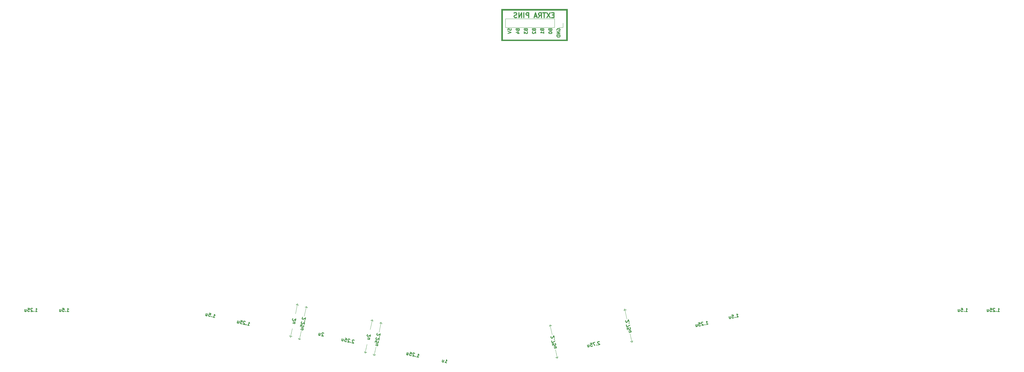
<source format=gbr>
G04 #@! TF.GenerationSoftware,KiCad,Pcbnew,(5.1.10)-1*
G04 #@! TF.CreationDate,2021-09-02T21:34:46+08:00*
G04 #@! TF.ProjectId,AELITH,41454c49-5448-42e6-9b69-6361645f7063,rev?*
G04 #@! TF.SameCoordinates,Original*
G04 #@! TF.FileFunction,Legend,Bot*
G04 #@! TF.FilePolarity,Positive*
%FSLAX46Y46*%
G04 Gerber Fmt 4.6, Leading zero omitted, Abs format (unit mm)*
G04 Created by KiCad (PCBNEW (5.1.10)-1) date 2021-09-02 21:34:46*
%MOMM*%
%LPD*%
G01*
G04 APERTURE LIST*
%ADD10C,0.250000*%
%ADD11C,0.120000*%
%ADD12C,0.100000*%
%ADD13C,0.375000*%
G04 APERTURE END LIST*
D10*
X185942836Y-90041136D02*
X185886357Y-90004458D01*
X185783299Y-89977680D01*
X185550407Y-90027183D01*
X185467151Y-90093563D01*
X185430473Y-90150042D01*
X185403695Y-90253099D01*
X185423496Y-90346256D01*
X185499777Y-90476091D01*
X186177525Y-90916226D01*
X185572005Y-91044933D01*
X185132998Y-91040881D02*
X185096320Y-91097360D01*
X185152799Y-91134038D01*
X185189477Y-91077559D01*
X185132998Y-91040881D01*
X185152799Y-91134038D01*
X184572259Y-90235095D02*
X183920161Y-90373703D01*
X184547279Y-91262745D01*
X183081749Y-90551913D02*
X183547533Y-90452907D01*
X183693117Y-90908791D01*
X183636638Y-90872113D01*
X183533581Y-90845336D01*
X183300689Y-90894839D01*
X183217432Y-90961218D01*
X183180754Y-91017697D01*
X183153977Y-91120755D01*
X183203480Y-91353647D01*
X183269859Y-91436903D01*
X183326338Y-91473581D01*
X183429396Y-91500359D01*
X183662288Y-91450856D01*
X183745544Y-91384476D01*
X183782222Y-91327997D01*
X182266062Y-91066072D02*
X182404670Y-91718171D01*
X182685268Y-90976967D02*
X182794174Y-91489330D01*
X182767397Y-91592388D01*
X182684140Y-91658767D01*
X182544405Y-91688469D01*
X182441348Y-91661692D01*
X182384869Y-91625014D01*
D11*
X193890878Y-79814190D02*
X193585190Y-80284909D01*
X196424475Y-89824961D02*
X196118787Y-90295680D01*
D10*
X194202622Y-83456664D02*
X194165944Y-83513143D01*
X194139166Y-83616201D01*
X194188669Y-83849093D01*
X194255049Y-83932349D01*
X194311528Y-83969027D01*
X194414585Y-83995805D01*
X194507742Y-83976004D01*
X194637577Y-83899723D01*
X195077712Y-83221975D01*
X195206419Y-83827495D01*
X195202367Y-84266502D02*
X195258846Y-84303180D01*
X195295524Y-84246701D01*
X195239045Y-84210023D01*
X195202367Y-84266502D01*
X195295524Y-84246701D01*
X194396581Y-84827241D02*
X194535189Y-85479339D01*
X195424231Y-84852221D01*
X194713399Y-86317751D02*
X194614393Y-85851967D01*
X195070277Y-85706383D01*
X195033599Y-85762862D01*
X195006822Y-85865919D01*
X195056325Y-86098811D01*
X195122704Y-86182068D01*
X195179183Y-86218746D01*
X195282241Y-86245523D01*
X195515133Y-86196020D01*
X195598389Y-86129641D01*
X195635067Y-86073162D01*
X195661845Y-85970104D01*
X195612342Y-85737212D01*
X195545962Y-85653956D01*
X195489483Y-85617278D01*
X195227558Y-87133438D02*
X195879657Y-86994830D01*
X195138453Y-86714232D02*
X195650816Y-86605326D01*
X195753874Y-86632103D01*
X195820253Y-86715360D01*
X195849955Y-86855095D01*
X195823178Y-86958152D01*
X195786500Y-87014631D01*
X170910424Y-88407573D02*
X170873746Y-88464052D01*
X170846968Y-88567110D01*
X170896471Y-88800002D01*
X170962851Y-88883258D01*
X171019330Y-88919936D01*
X171122387Y-88946714D01*
X171215544Y-88926913D01*
X171345379Y-88850632D01*
X171785514Y-88172884D01*
X171914221Y-88778404D01*
X171910169Y-89217411D02*
X171966648Y-89254089D01*
X172003326Y-89197610D01*
X171946847Y-89160932D01*
X171910169Y-89217411D01*
X172003326Y-89197610D01*
X171104383Y-89778150D02*
X171242991Y-90430248D01*
X172132033Y-89803130D01*
X171421201Y-91268660D02*
X171322195Y-90802876D01*
X171778079Y-90657292D01*
X171741401Y-90713771D01*
X171714624Y-90816828D01*
X171764127Y-91049720D01*
X171830506Y-91132977D01*
X171886985Y-91169655D01*
X171990043Y-91196432D01*
X172222935Y-91146929D01*
X172306191Y-91080550D01*
X172342869Y-91024071D01*
X172369647Y-90921013D01*
X172320144Y-90688121D01*
X172253764Y-90604865D01*
X172197285Y-90568187D01*
X171935360Y-92084347D02*
X172587459Y-91945739D01*
X171846255Y-91665141D02*
X172358618Y-91556235D01*
X172461676Y-91583012D01*
X172528055Y-91666269D01*
X172557757Y-91806004D01*
X172530980Y-91909061D01*
X172494302Y-91965540D01*
D11*
X194550999Y-82919817D02*
X193890878Y-79814190D01*
X173132277Y-94775871D02*
X172826589Y-95246589D01*
X172826589Y-95246589D02*
X172248983Y-92529166D01*
X195648069Y-89989992D02*
X196424475Y-89824961D01*
X170292991Y-85235818D02*
X171069398Y-85070788D01*
X172355870Y-94940901D02*
X173132277Y-94775871D01*
X196118787Y-90295680D02*
X195648069Y-89989992D01*
X193585190Y-80284909D02*
X194361596Y-80119879D01*
X170598679Y-84765100D02*
X170292991Y-85235818D01*
X194361596Y-80119879D02*
X193890878Y-79814190D01*
X196118787Y-90295680D02*
X195541181Y-87578257D01*
X172826589Y-95246589D02*
X172355870Y-94940901D01*
X171258801Y-87870726D02*
X170598679Y-84765100D01*
X171069398Y-85070788D02*
X170598679Y-84765100D01*
X117276115Y-87057743D02*
X117936236Y-83952116D01*
X117936236Y-83952116D02*
X117465518Y-84257804D01*
X94949726Y-79471925D02*
X94644038Y-79001207D01*
X94173320Y-79306894D02*
X94949726Y-79471925D01*
X115402639Y-93962887D02*
X116179045Y-94127917D01*
X92110440Y-89011978D02*
X92886847Y-89177008D01*
X92416128Y-89482696D02*
X92110440Y-89011978D01*
X92886847Y-89177008D02*
X92416128Y-89482696D01*
X92416128Y-89482696D02*
X92993736Y-86765273D01*
X94644038Y-79001207D02*
X94173320Y-79306894D01*
X116179045Y-94127917D02*
X115708327Y-94433606D01*
X115708327Y-94433606D02*
X115402639Y-93962887D01*
X118241924Y-84422835D02*
X117936236Y-83952116D01*
X115708327Y-94433606D02*
X116285933Y-91716182D01*
X93983918Y-82106832D02*
X94644038Y-79001207D01*
X117465518Y-84257804D02*
X118241924Y-84422835D01*
D10*
X116739501Y-87406480D02*
X116683022Y-87443158D01*
X116616642Y-87526414D01*
X116567139Y-87759306D01*
X116593917Y-87862364D01*
X116630595Y-87918843D01*
X116713851Y-87985222D01*
X116807008Y-88005023D01*
X116956644Y-87988147D01*
X117634392Y-87548012D01*
X117505685Y-88153532D01*
X117323423Y-88552937D02*
X117360101Y-88609416D01*
X117416580Y-88572738D01*
X117379902Y-88516259D01*
X117323423Y-88552937D01*
X117416580Y-88572738D01*
X116442484Y-88803833D02*
X116386005Y-88840511D01*
X116319625Y-88923768D01*
X116270123Y-89156660D01*
X116296900Y-89259717D01*
X116333578Y-89316196D01*
X116416834Y-89382576D01*
X116509991Y-89402377D01*
X116659627Y-89385500D01*
X117337375Y-88945366D01*
X117208668Y-89550885D01*
X116042410Y-90227964D02*
X116141415Y-89762180D01*
X116617101Y-89814607D01*
X116560622Y-89851285D01*
X116494242Y-89934541D01*
X116444739Y-90167434D01*
X116471517Y-90270491D01*
X116508194Y-90326970D01*
X116591451Y-90393350D01*
X116824343Y-90442852D01*
X116927401Y-90416075D01*
X116983880Y-90379397D01*
X117050259Y-90296141D01*
X117099762Y-90063249D01*
X117072985Y-89960191D01*
X117036307Y-89903712D01*
X116180348Y-91182259D02*
X116832447Y-91320867D01*
X116269453Y-90763053D02*
X116781816Y-90871959D01*
X116865073Y-90938339D01*
X116891850Y-91041396D01*
X116862149Y-91181131D01*
X116795769Y-91264388D01*
X116739290Y-91301066D01*
X93447304Y-82455570D02*
X93390825Y-82492248D01*
X93324445Y-82575504D01*
X93274942Y-82808396D01*
X93301720Y-82911454D01*
X93338398Y-82967933D01*
X93421654Y-83034312D01*
X93514811Y-83054113D01*
X93664447Y-83037237D01*
X94342195Y-82597102D01*
X94213488Y-83202622D01*
X94031226Y-83602027D02*
X94067904Y-83658506D01*
X94124383Y-83621828D01*
X94087705Y-83565349D01*
X94031226Y-83602027D01*
X94124383Y-83621828D01*
X93150287Y-83852923D02*
X93093808Y-83889601D01*
X93027428Y-83972858D01*
X92977926Y-84205750D01*
X93004703Y-84308807D01*
X93041381Y-84365286D01*
X93124637Y-84431666D01*
X93217794Y-84451467D01*
X93367430Y-84434590D01*
X94045178Y-83994456D01*
X93916471Y-84599975D01*
X92750213Y-85277054D02*
X92849218Y-84811270D01*
X93324904Y-84863697D01*
X93268425Y-84900375D01*
X93202045Y-84983631D01*
X93152542Y-85216524D01*
X93179320Y-85319581D01*
X93215997Y-85376060D01*
X93299254Y-85442440D01*
X93532146Y-85491942D01*
X93635204Y-85465165D01*
X93691683Y-85428487D01*
X93758062Y-85345231D01*
X93807565Y-85112339D01*
X93780788Y-85009281D01*
X93744110Y-84952802D01*
X92888151Y-86231349D02*
X93540250Y-86369957D01*
X92977256Y-85812143D02*
X93489619Y-85921049D01*
X93572876Y-85987429D01*
X93599653Y-86090486D01*
X93569952Y-86230221D01*
X93503572Y-86313478D01*
X93447093Y-86350156D01*
D11*
X115158104Y-83158364D02*
X114687386Y-83464052D01*
X113400913Y-93334165D02*
X112930195Y-93639854D01*
D10*
X113713855Y-87777189D02*
X113657376Y-87813867D01*
X113590996Y-87897123D01*
X113541493Y-88130016D01*
X113568271Y-88233073D01*
X113604949Y-88289552D01*
X113688205Y-88355932D01*
X113781362Y-88375733D01*
X113930998Y-88358856D01*
X114608746Y-87918721D01*
X114480039Y-88524241D01*
X113649730Y-89224046D02*
X114301829Y-89362653D01*
X113738835Y-88804840D02*
X114251198Y-88913746D01*
X114334455Y-88980125D01*
X114361232Y-89083183D01*
X114331530Y-89222918D01*
X114265151Y-89306174D01*
X114208672Y-89342852D01*
X90421658Y-82826279D02*
X90365179Y-82862957D01*
X90298799Y-82946213D01*
X90249296Y-83179106D01*
X90276074Y-83282163D01*
X90312752Y-83338642D01*
X90396008Y-83405022D01*
X90489165Y-83424823D01*
X90638801Y-83407946D01*
X91316549Y-82967811D01*
X91187842Y-83573331D01*
X90357533Y-84273136D02*
X91009632Y-84411743D01*
X90446638Y-83853930D02*
X90959001Y-83962836D01*
X91042258Y-84029215D01*
X91069035Y-84132273D01*
X91039333Y-84272008D01*
X90972954Y-84355264D01*
X90916475Y-84391942D01*
D11*
X114497983Y-86263991D02*
X115158104Y-83158364D01*
X90108715Y-88383256D02*
X89637996Y-88688944D01*
X89637996Y-88688944D02*
X90215604Y-85971521D01*
X112624507Y-93169135D02*
X113400913Y-93334165D01*
X91395188Y-78513142D02*
X92171594Y-78678173D01*
X89332308Y-88218226D02*
X90108715Y-88383256D01*
X112930195Y-93639854D02*
X112624507Y-93169135D01*
X114687386Y-83464052D02*
X115463792Y-83629083D01*
X91865906Y-78207455D02*
X91395188Y-78513142D01*
X115463792Y-83629083D02*
X115158104Y-83158364D01*
X112930195Y-93639854D02*
X113507801Y-90922430D01*
X89637996Y-88688944D02*
X89332308Y-88218226D01*
X91205786Y-81313080D02*
X91865906Y-78207455D01*
X92171594Y-78678173D02*
X91865906Y-78207455D01*
D10*
X300125456Y-80621332D02*
X300696884Y-80621332D01*
X300411170Y-80621332D02*
X300411170Y-79621332D01*
X300506408Y-79764190D01*
X300601646Y-79859428D01*
X300696884Y-79907047D01*
X299696884Y-80526094D02*
X299649265Y-80573713D01*
X299696884Y-80621332D01*
X299744504Y-80573713D01*
X299696884Y-80526094D01*
X299696884Y-80621332D01*
X298744504Y-79621332D02*
X299220694Y-79621332D01*
X299268313Y-80097523D01*
X299220694Y-80049904D01*
X299125456Y-80002285D01*
X298887361Y-80002285D01*
X298792123Y-80049904D01*
X298744504Y-80097523D01*
X298696884Y-80192761D01*
X298696884Y-80430856D01*
X298744504Y-80526094D01*
X298792123Y-80573713D01*
X298887361Y-80621332D01*
X299125456Y-80621332D01*
X299220694Y-80573713D01*
X299268313Y-80526094D01*
X297839742Y-79954666D02*
X297839742Y-80621332D01*
X298268313Y-79954666D02*
X298268313Y-80478475D01*
X298220694Y-80573713D01*
X298125456Y-80621332D01*
X297982599Y-80621332D01*
X297887361Y-80573713D01*
X297839742Y-80526094D01*
X310126670Y-80621332D02*
X310698099Y-80621332D01*
X310412385Y-80621332D02*
X310412385Y-79621332D01*
X310507623Y-79764190D01*
X310602861Y-79859428D01*
X310698099Y-79907047D01*
X309698099Y-80526094D02*
X309650480Y-80573713D01*
X309698099Y-80621332D01*
X309745718Y-80573713D01*
X309698099Y-80526094D01*
X309698099Y-80621332D01*
X309269528Y-79716571D02*
X309221908Y-79668952D01*
X309126670Y-79621332D01*
X308888575Y-79621332D01*
X308793337Y-79668952D01*
X308745718Y-79716571D01*
X308698099Y-79811809D01*
X308698099Y-79907047D01*
X308745718Y-80049904D01*
X309317147Y-80621332D01*
X308698099Y-80621332D01*
X307793337Y-79621332D02*
X308269528Y-79621332D01*
X308317147Y-80097523D01*
X308269528Y-80049904D01*
X308174289Y-80002285D01*
X307936194Y-80002285D01*
X307840956Y-80049904D01*
X307793337Y-80097523D01*
X307745718Y-80192761D01*
X307745718Y-80430856D01*
X307793337Y-80526094D01*
X307840956Y-80573713D01*
X307936194Y-80621332D01*
X308174289Y-80621332D01*
X308269528Y-80573713D01*
X308317147Y-80526094D01*
X306888575Y-79954666D02*
X306888575Y-80621332D01*
X307317147Y-79954666D02*
X307317147Y-80478475D01*
X307269528Y-80573713D01*
X307174289Y-80621332D01*
X307031432Y-80621332D01*
X306936194Y-80573713D01*
X306888575Y-80526094D01*
X228762580Y-82412667D02*
X229321522Y-82293860D01*
X229042051Y-82353263D02*
X228834139Y-81375116D01*
X228956998Y-81495050D01*
X229069956Y-81568406D01*
X229173013Y-81595183D01*
X228323573Y-82408615D02*
X228286895Y-82465094D01*
X228343374Y-82501772D01*
X228380052Y-82445293D01*
X228323573Y-82408615D01*
X228343374Y-82501772D01*
X227203893Y-81721635D02*
X227669678Y-81622630D01*
X227815262Y-82078514D01*
X227758783Y-82041836D01*
X227655725Y-82015058D01*
X227422833Y-82064561D01*
X227339577Y-82130941D01*
X227302899Y-82187420D01*
X227276122Y-82290477D01*
X227325624Y-82523369D01*
X227392004Y-82606626D01*
X227448483Y-82643304D01*
X227551540Y-82670081D01*
X227784433Y-82620578D01*
X227867689Y-82554199D01*
X227904367Y-82497720D01*
X226388207Y-82235795D02*
X226526814Y-82887893D01*
X226807413Y-82146690D02*
X226916319Y-82659053D01*
X226889541Y-82762110D01*
X226806285Y-82828490D01*
X226666550Y-82858192D01*
X226563492Y-82831414D01*
X226507013Y-82794736D01*
X219306465Y-84694917D02*
X219865406Y-84576110D01*
X219585936Y-84635514D02*
X219378024Y-83657366D01*
X219500882Y-83777300D01*
X219613840Y-83850656D01*
X219716898Y-83877433D01*
X218867458Y-84690865D02*
X218830780Y-84747344D01*
X218887259Y-84784022D01*
X218923937Y-84727543D01*
X218867458Y-84690865D01*
X218887259Y-84784022D01*
X218279942Y-83988136D02*
X218223463Y-83951458D01*
X218120406Y-83924681D01*
X217887513Y-83974184D01*
X217804257Y-84040563D01*
X217767579Y-84097042D01*
X217740802Y-84200100D01*
X217760603Y-84293257D01*
X217836883Y-84423092D01*
X218514631Y-84863226D01*
X217909111Y-84991934D01*
X216816209Y-84201897D02*
X217281993Y-84102891D01*
X217427577Y-84558775D01*
X217371098Y-84522097D01*
X217268041Y-84495320D01*
X217035149Y-84544823D01*
X216951892Y-84611202D01*
X216915214Y-84667681D01*
X216888437Y-84770739D01*
X216937940Y-85003631D01*
X217004319Y-85086887D01*
X217060798Y-85123565D01*
X217163856Y-85150343D01*
X217396748Y-85100840D01*
X217480004Y-85034460D01*
X217516682Y-84977981D01*
X216000522Y-84716056D02*
X216139130Y-85368155D01*
X216419728Y-84626951D02*
X216528634Y-85139314D01*
X216501857Y-85242372D01*
X216418600Y-85308751D01*
X216278865Y-85338453D01*
X216175808Y-85311676D01*
X216119329Y-85274998D01*
X137784941Y-96521139D02*
X138343882Y-96639945D01*
X138064412Y-96580542D02*
X138272323Y-95602395D01*
X138335778Y-95761931D01*
X138409134Y-95874889D01*
X138492391Y-95941269D01*
X137085136Y-95690830D02*
X136946529Y-96342929D01*
X137504342Y-95779935D02*
X137395436Y-96292298D01*
X137329057Y-96375555D01*
X137225999Y-96402332D01*
X137086264Y-96372630D01*
X137003008Y-96306251D01*
X136966330Y-96249772D01*
X129027502Y-94784273D02*
X129586444Y-94903079D01*
X129306973Y-94843676D02*
X129514885Y-93865528D01*
X129578340Y-94025065D01*
X129651696Y-94138023D01*
X129734952Y-94204403D01*
X128628097Y-94602011D02*
X128571618Y-94638689D01*
X128608296Y-94695168D01*
X128664775Y-94658490D01*
X128628097Y-94602011D01*
X128608296Y-94695168D01*
X128377201Y-93721072D02*
X128340523Y-93664593D01*
X128257266Y-93598213D01*
X128024374Y-93548711D01*
X127921317Y-93575488D01*
X127864838Y-93612166D01*
X127798458Y-93695422D01*
X127778657Y-93788579D01*
X127795534Y-93938215D01*
X128235668Y-94615963D01*
X127630149Y-94487256D01*
X126953070Y-93320998D02*
X127418854Y-93420003D01*
X127366427Y-93895689D01*
X127329749Y-93839210D01*
X127246493Y-93772830D01*
X127013600Y-93723327D01*
X126910543Y-93750105D01*
X126854064Y-93786782D01*
X126787684Y-93870039D01*
X126738182Y-94102931D01*
X126764959Y-94205989D01*
X126801637Y-94262468D01*
X126884893Y-94328847D01*
X127117785Y-94378350D01*
X127220843Y-94351573D01*
X127277322Y-94314895D01*
X125998775Y-93458936D02*
X125860167Y-94111035D01*
X126417981Y-93548041D02*
X126309075Y-94060404D01*
X126242695Y-94143661D01*
X126139638Y-94170438D01*
X125999903Y-94140737D01*
X125916646Y-94074357D01*
X125879968Y-94017878D01*
X109533878Y-89652453D02*
X109497200Y-89595974D01*
X109413944Y-89529594D01*
X109181052Y-89480091D01*
X109077994Y-89506869D01*
X109021515Y-89543547D01*
X108955136Y-89626803D01*
X108935335Y-89719960D01*
X108952211Y-89869596D01*
X109392346Y-90547344D01*
X108786826Y-90418637D01*
X108387421Y-90236375D02*
X108330942Y-90273053D01*
X108367620Y-90329532D01*
X108424099Y-90292854D01*
X108387421Y-90236375D01*
X108367620Y-90329532D01*
X108136525Y-89355436D02*
X108099847Y-89298957D01*
X108016590Y-89232577D01*
X107783698Y-89183075D01*
X107680641Y-89209852D01*
X107624162Y-89246530D01*
X107557782Y-89329786D01*
X107537981Y-89422943D01*
X107554858Y-89572579D01*
X107994992Y-90250327D01*
X107389473Y-90121620D01*
X106712394Y-88955362D02*
X107178178Y-89054367D01*
X107125751Y-89530053D01*
X107089073Y-89473574D01*
X107005817Y-89407194D01*
X106772924Y-89357691D01*
X106669867Y-89384469D01*
X106613388Y-89421146D01*
X106547008Y-89504403D01*
X106497506Y-89737295D01*
X106524283Y-89840353D01*
X106560961Y-89896832D01*
X106644217Y-89963211D01*
X106877109Y-90012714D01*
X106980167Y-89985937D01*
X107036646Y-89949259D01*
X105758099Y-89093300D02*
X105619491Y-89745399D01*
X106177305Y-89182405D02*
X106068399Y-89694768D01*
X106002019Y-89778025D01*
X105898962Y-89804802D01*
X105759227Y-89775101D01*
X105675970Y-89708721D01*
X105639292Y-89652242D01*
X100035021Y-87420559D02*
X99998343Y-87364080D01*
X99915087Y-87297700D01*
X99682194Y-87248197D01*
X99579137Y-87274975D01*
X99522658Y-87311653D01*
X99456278Y-87394909D01*
X99436477Y-87488066D01*
X99453354Y-87637702D01*
X99893489Y-88315450D01*
X99287969Y-88186743D01*
X98588164Y-87356434D02*
X98449557Y-88008533D01*
X99007370Y-87445539D02*
X98898464Y-87957902D01*
X98832085Y-88041159D01*
X98729027Y-88067936D01*
X98589292Y-88038234D01*
X98506036Y-87971855D01*
X98469358Y-87915376D01*
X76242994Y-84862373D02*
X76801936Y-84981179D01*
X76522465Y-84921776D02*
X76730377Y-83943628D01*
X76793832Y-84103165D01*
X76867188Y-84216123D01*
X76950444Y-84282503D01*
X75843589Y-84680111D02*
X75787110Y-84716789D01*
X75823788Y-84773268D01*
X75880267Y-84736590D01*
X75843589Y-84680111D01*
X75823788Y-84773268D01*
X75592693Y-83799172D02*
X75556015Y-83742693D01*
X75472758Y-83676313D01*
X75239866Y-83626811D01*
X75136809Y-83653588D01*
X75080330Y-83690266D01*
X75013950Y-83773522D01*
X74994149Y-83866679D01*
X75011026Y-84016315D01*
X75451160Y-84694063D01*
X74845641Y-84565356D01*
X74168562Y-83399098D02*
X74634346Y-83498103D01*
X74581919Y-83973789D01*
X74545241Y-83917310D01*
X74461985Y-83850930D01*
X74229092Y-83801427D01*
X74126035Y-83828205D01*
X74069556Y-83864882D01*
X74003176Y-83948139D01*
X73953674Y-84181031D01*
X73980451Y-84284089D01*
X74017129Y-84340568D01*
X74100385Y-84406947D01*
X74333277Y-84456450D01*
X74436335Y-84429673D01*
X74492814Y-84392995D01*
X73214267Y-83537036D02*
X73075659Y-84189135D01*
X73633473Y-83626141D02*
X73524567Y-84138504D01*
X73458187Y-84221761D01*
X73355130Y-84248538D01*
X73215395Y-84218837D01*
X73132138Y-84152457D01*
X73095460Y-84095978D01*
X65458434Y-82382111D02*
X66017375Y-82500918D01*
X65737904Y-82441514D02*
X65945816Y-81463367D01*
X66009271Y-81622903D01*
X66082627Y-81735861D01*
X66165884Y-81802241D01*
X65059029Y-82199849D02*
X65002550Y-82236527D01*
X65039228Y-82293006D01*
X65095707Y-82256328D01*
X65059029Y-82199849D01*
X65039228Y-82293006D01*
X64315570Y-81116847D02*
X64781355Y-81215853D01*
X64728928Y-81691538D01*
X64692250Y-81635059D01*
X64608993Y-81568680D01*
X64376101Y-81519177D01*
X64273044Y-81545954D01*
X64216565Y-81582632D01*
X64150185Y-81665888D01*
X64100682Y-81898781D01*
X64127460Y-82001838D01*
X64164137Y-82058317D01*
X64247394Y-82124697D01*
X64480286Y-82174199D01*
X64583344Y-82147422D01*
X64639823Y-82110744D01*
X63361276Y-81254786D02*
X63222668Y-81906884D01*
X63780482Y-81343891D02*
X63671576Y-81856254D01*
X63605196Y-81939510D01*
X63502138Y-81966288D01*
X63362403Y-81936586D01*
X63279147Y-81870207D01*
X63242469Y-81813728D01*
X19931000Y-80621332D02*
X20502428Y-80621332D01*
X20216714Y-80621332D02*
X20216714Y-79621332D01*
X20311952Y-79764190D01*
X20407190Y-79859428D01*
X20502428Y-79907047D01*
X19502428Y-80526094D02*
X19454809Y-80573713D01*
X19502428Y-80621332D01*
X19550048Y-80573713D01*
X19502428Y-80526094D01*
X19502428Y-80621332D01*
X18550048Y-79621332D02*
X19026238Y-79621332D01*
X19073857Y-80097523D01*
X19026238Y-80049904D01*
X18931000Y-80002285D01*
X18692905Y-80002285D01*
X18597667Y-80049904D01*
X18550048Y-80097523D01*
X18502428Y-80192761D01*
X18502428Y-80430856D01*
X18550048Y-80526094D01*
X18597667Y-80573713D01*
X18692905Y-80621332D01*
X18931000Y-80621332D01*
X19026238Y-80573713D01*
X19073857Y-80526094D01*
X17645286Y-79954666D02*
X17645286Y-80621332D01*
X18073857Y-79954666D02*
X18073857Y-80478475D01*
X18026238Y-80573713D01*
X17931000Y-80621332D01*
X17788143Y-80621332D01*
X17692905Y-80573713D01*
X17645286Y-80526094D01*
X10088414Y-80621332D02*
X10659843Y-80621332D01*
X10374129Y-80621332D02*
X10374129Y-79621332D01*
X10469367Y-79764190D01*
X10564605Y-79859428D01*
X10659843Y-79907047D01*
X9659843Y-80526094D02*
X9612224Y-80573713D01*
X9659843Y-80621332D01*
X9707462Y-80573713D01*
X9659843Y-80526094D01*
X9659843Y-80621332D01*
X9231272Y-79716571D02*
X9183652Y-79668952D01*
X9088414Y-79621332D01*
X8850319Y-79621332D01*
X8755081Y-79668952D01*
X8707462Y-79716571D01*
X8659843Y-79811809D01*
X8659843Y-79907047D01*
X8707462Y-80049904D01*
X9278891Y-80621332D01*
X8659843Y-80621332D01*
X7755081Y-79621332D02*
X8231271Y-79621332D01*
X8278891Y-80097523D01*
X8231271Y-80049904D01*
X8136033Y-80002285D01*
X7897938Y-80002285D01*
X7802700Y-80049904D01*
X7755081Y-80097523D01*
X7707462Y-80192761D01*
X7707462Y-80430856D01*
X7755081Y-80526094D01*
X7802700Y-80573713D01*
X7897938Y-80621332D01*
X8136033Y-80621332D01*
X8231271Y-80573713D01*
X8278891Y-80526094D01*
X6850319Y-79954666D02*
X6850319Y-80621332D01*
X7278891Y-79954666D02*
X7278891Y-80478475D01*
X7231271Y-80573713D01*
X7136033Y-80621332D01*
X6993176Y-80621332D01*
X6897938Y-80573713D01*
X6850319Y-80526094D01*
D12*
G36*
X155416250Y3730625D02*
G01*
X155416250Y13255625D01*
X155813125Y13255625D01*
X155813125Y4127500D01*
X175656875Y4127500D01*
X175656875Y13255625D01*
X155813125Y13255625D01*
X155416250Y13255625D01*
X155416250Y13652500D01*
X176053750Y13652500D01*
X176053750Y3730625D01*
X155416250Y3730625D01*
G37*
X155416250Y3730625D02*
X155416250Y13255625D01*
X155813125Y13255625D01*
X155813125Y4127500D01*
X175656875Y4127500D01*
X175656875Y13255625D01*
X155813125Y13255625D01*
X155416250Y13255625D01*
X155416250Y13652500D01*
X176053750Y13652500D01*
X176053750Y3730625D01*
X155416250Y3730625D01*
D10*
X157488005Y7080089D02*
X157488005Y7556279D01*
X157964196Y7603898D01*
X157916577Y7556279D01*
X157868958Y7461041D01*
X157868958Y7222946D01*
X157916577Y7127708D01*
X157964196Y7080089D01*
X158059434Y7032470D01*
X158297529Y7032470D01*
X158392767Y7080089D01*
X158440386Y7127708D01*
X158488005Y7222946D01*
X158488005Y7461041D01*
X158440386Y7556279D01*
X158392767Y7603898D01*
X157488005Y6746755D02*
X158488005Y6413422D01*
X157488005Y6080089D01*
X160504196Y7222946D02*
X160551815Y7080089D01*
X160599434Y7032470D01*
X160694672Y6984851D01*
X160837529Y6984851D01*
X160932767Y7032470D01*
X160980386Y7080089D01*
X161028005Y7175327D01*
X161028005Y7556279D01*
X160028005Y7556279D01*
X160028005Y7222946D01*
X160075625Y7127708D01*
X160123244Y7080089D01*
X160218482Y7032470D01*
X160313720Y7032470D01*
X160408958Y7080089D01*
X160456577Y7127708D01*
X160504196Y7222946D01*
X160504196Y7556279D01*
X160361339Y6127708D02*
X161028005Y6127708D01*
X159980386Y6365803D02*
X160694672Y6603898D01*
X160694672Y5984851D01*
X163044196Y7222946D02*
X163091815Y7080089D01*
X163139434Y7032470D01*
X163234672Y6984851D01*
X163377529Y6984851D01*
X163472767Y7032470D01*
X163520386Y7080089D01*
X163568005Y7175327D01*
X163568005Y7556279D01*
X162568005Y7556279D01*
X162568005Y7222946D01*
X162615625Y7127708D01*
X162663244Y7080089D01*
X162758482Y7032470D01*
X162853720Y7032470D01*
X162948958Y7080089D01*
X162996577Y7127708D01*
X163044196Y7222946D01*
X163044196Y7556279D01*
X162568005Y6651517D02*
X162568005Y6032470D01*
X162948958Y6365803D01*
X162948958Y6222946D01*
X162996577Y6127708D01*
X163044196Y6080089D01*
X163139434Y6032470D01*
X163377529Y6032470D01*
X163472767Y6080089D01*
X163520386Y6127708D01*
X163568005Y6222946D01*
X163568005Y6508660D01*
X163520386Y6603898D01*
X163472767Y6651517D01*
X165584196Y7222946D02*
X165631815Y7080089D01*
X165679434Y7032470D01*
X165774672Y6984851D01*
X165917529Y6984851D01*
X166012767Y7032470D01*
X166060386Y7080089D01*
X166108005Y7175327D01*
X166108005Y7556279D01*
X165108005Y7556279D01*
X165108005Y7222946D01*
X165155625Y7127708D01*
X165203244Y7080089D01*
X165298482Y7032470D01*
X165393720Y7032470D01*
X165488958Y7080089D01*
X165536577Y7127708D01*
X165584196Y7222946D01*
X165584196Y7556279D01*
X165203244Y6603898D02*
X165155625Y6556279D01*
X165108005Y6461041D01*
X165108005Y6222946D01*
X165155625Y6127708D01*
X165203244Y6080089D01*
X165298482Y6032470D01*
X165393720Y6032470D01*
X165536577Y6080089D01*
X166108005Y6651517D01*
X166108005Y6032470D01*
X168124196Y7222946D02*
X168171815Y7080089D01*
X168219434Y7032470D01*
X168314672Y6984851D01*
X168457529Y6984851D01*
X168552767Y7032470D01*
X168600386Y7080089D01*
X168648005Y7175327D01*
X168648005Y7556279D01*
X167648005Y7556279D01*
X167648005Y7222946D01*
X167695625Y7127708D01*
X167743244Y7080089D01*
X167838482Y7032470D01*
X167933720Y7032470D01*
X168028958Y7080089D01*
X168076577Y7127708D01*
X168124196Y7222946D01*
X168124196Y7556279D01*
X168648005Y6032470D02*
X168648005Y6603898D01*
X168648005Y6318184D02*
X167648005Y6318184D01*
X167790863Y6413422D01*
X167886101Y6508660D01*
X167933720Y6603898D01*
X170664196Y7222946D02*
X170711815Y7080089D01*
X170759434Y7032470D01*
X170854672Y6984851D01*
X170997529Y6984851D01*
X171092767Y7032470D01*
X171140386Y7080089D01*
X171188005Y7175327D01*
X171188005Y7556279D01*
X170188005Y7556279D01*
X170188005Y7222946D01*
X170235625Y7127708D01*
X170283244Y7080089D01*
X170378482Y7032470D01*
X170473720Y7032470D01*
X170568958Y7080089D01*
X170616577Y7127708D01*
X170664196Y7222946D01*
X170664196Y7556279D01*
X170188005Y6365803D02*
X170188005Y6270565D01*
X170235625Y6175327D01*
X170283244Y6127708D01*
X170378482Y6080089D01*
X170568958Y6032470D01*
X170807053Y6032470D01*
X170997529Y6080089D01*
X171092767Y6127708D01*
X171140386Y6175327D01*
X171188005Y6270565D01*
X171188005Y6365803D01*
X171140386Y6461041D01*
X171092767Y6508660D01*
X170997529Y6556279D01*
X170807053Y6603898D01*
X170568958Y6603898D01*
X170378482Y6556279D01*
X170283244Y6508660D01*
X170235625Y6461041D01*
X170188005Y6365803D01*
X172775625Y7032470D02*
X172728005Y7127708D01*
X172728005Y7270565D01*
X172775625Y7413422D01*
X172870863Y7508660D01*
X172966101Y7556279D01*
X173156577Y7603898D01*
X173299434Y7603898D01*
X173489910Y7556279D01*
X173585148Y7508660D01*
X173680386Y7413422D01*
X173728005Y7270565D01*
X173728005Y7175327D01*
X173680386Y7032470D01*
X173632767Y6984851D01*
X173299434Y6984851D01*
X173299434Y7175327D01*
X173728005Y6556279D02*
X172728005Y6556279D01*
X173728005Y5984851D01*
X172728005Y5984851D01*
X173728005Y5508660D02*
X172728005Y5508660D01*
X172728005Y5270565D01*
X172775625Y5127708D01*
X172870863Y5032470D01*
X172966101Y4984851D01*
X173156577Y4937232D01*
X173299434Y4937232D01*
X173489910Y4984851D01*
X173585148Y5032470D01*
X173680386Y5127708D01*
X173728005Y5270565D01*
X173728005Y5508660D01*
D13*
X171834196Y11775267D02*
X171334196Y11775267D01*
X171119910Y10989553D02*
X171834196Y10989553D01*
X171834196Y12489553D01*
X171119910Y12489553D01*
X170619910Y12489553D02*
X169619910Y10989553D01*
X169619910Y12489553D02*
X170619910Y10989553D01*
X169262767Y12489553D02*
X168405625Y12489553D01*
X168834196Y10989553D02*
X168834196Y12489553D01*
X167048482Y10989553D02*
X167548482Y11703839D01*
X167905625Y10989553D02*
X167905625Y12489553D01*
X167334196Y12489553D01*
X167191339Y12418125D01*
X167119910Y12346696D01*
X167048482Y12203839D01*
X167048482Y11989553D01*
X167119910Y11846696D01*
X167191339Y11775267D01*
X167334196Y11703839D01*
X167905625Y11703839D01*
X166477053Y11418125D02*
X165762767Y11418125D01*
X166619910Y10989553D02*
X166119910Y12489553D01*
X165619910Y10989553D01*
X163977053Y10989553D02*
X163977053Y12489553D01*
X163405625Y12489553D01*
X163262767Y12418125D01*
X163191339Y12346696D01*
X163119910Y12203839D01*
X163119910Y11989553D01*
X163191339Y11846696D01*
X163262767Y11775267D01*
X163405625Y11703839D01*
X163977053Y11703839D01*
X162477053Y10989553D02*
X162477053Y12489553D01*
X161762767Y10989553D02*
X161762767Y12489553D01*
X160905625Y10989553D01*
X160905625Y12489553D01*
X160262767Y11060982D02*
X160048482Y10989553D01*
X159691339Y10989553D01*
X159548482Y11060982D01*
X159477053Y11132410D01*
X159405625Y11275267D01*
X159405625Y11418125D01*
X159477053Y11560982D01*
X159548482Y11632410D01*
X159691339Y11703839D01*
X159977053Y11775267D01*
X160119910Y11846696D01*
X160191339Y11918125D01*
X160262767Y12060982D01*
X160262767Y12203839D01*
X160191339Y12346696D01*
X160119910Y12418125D01*
X159977053Y12489553D01*
X159619910Y12489553D01*
X159405625Y12418125D01*
D11*
X174605625Y7956875D02*
X174605625Y9286875D01*
X173275625Y7956875D02*
X174605625Y7956875D01*
X172005625Y7956875D02*
X172005625Y10616875D01*
X172005625Y10616875D02*
X156705625Y10616875D01*
X172005625Y7956875D02*
X156705625Y7956875D01*
X156705625Y7956875D02*
X156705625Y10616875D01*
M02*

</source>
